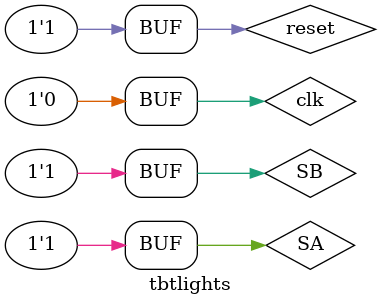
<source format=sv>
`timescale 1ns / 1ps


module tbtlights(   );
    logic clk, reset;
    logic SA, SB;
    logic [2:0] x,y;
    
    tlights t1(clk, reset, SA, SB, x,y);
    
    initial begin 
     reset = 1; #100; 
     reset= 0;
       
       SA =0; SB =0; #100;
       SA=0; SB=1; #100;
       SA=1; SB=0; #100;
       SA=1; SB=1; #100;
       
       reset = 1; 
        SA =0; SB =0; #100;
        SA=0; SB=1; #100;
        SA=1; SB=0; #100;
        SA=1; SB=1; #100;
        end
        
        always 
           begin
               clk <= 1; #5;
               clk <= 0; #5;
            end
endmodule
</source>
